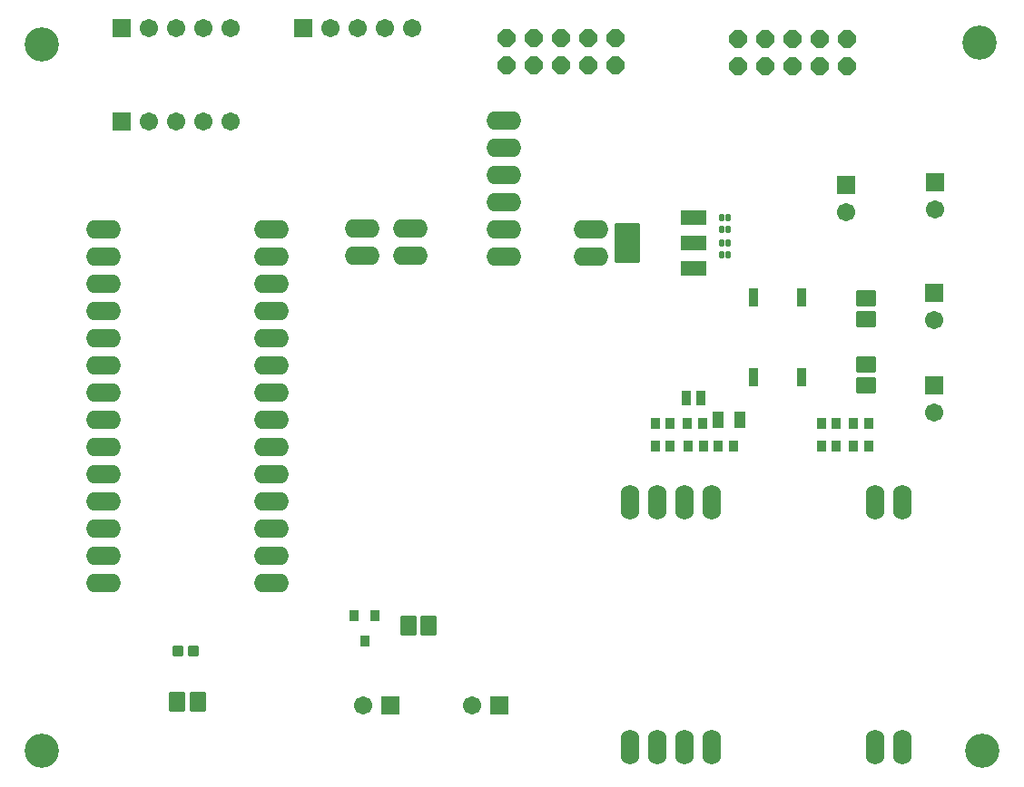
<source format=gbr>
%TF.GenerationSoftware,KiCad,Pcbnew,7.0.1*%
%TF.CreationDate,2023-09-15T11:15:50+09:00*%
%TF.ProjectId,_________,0a070658-9c5f-4cbd-9eef-2e6b69636164,rev?*%
%TF.SameCoordinates,Original*%
%TF.FileFunction,Soldermask,Top*%
%TF.FilePolarity,Negative*%
%FSLAX46Y46*%
G04 Gerber Fmt 4.6, Leading zero omitted, Abs format (unit mm)*
G04 Created by KiCad (PCBNEW 7.0.1) date 2023-09-15 11:15:50*
%MOMM*%
%LPD*%
G01*
G04 APERTURE LIST*
G04 Aperture macros list*
%AMRoundRect*
0 Rectangle with rounded corners*
0 $1 Rounding radius*
0 $2 $3 $4 $5 $6 $7 $8 $9 X,Y pos of 4 corners*
0 Add a 4 corners polygon primitive as box body*
4,1,4,$2,$3,$4,$5,$6,$7,$8,$9,$2,$3,0*
0 Add four circle primitives for the rounded corners*
1,1,$1+$1,$2,$3*
1,1,$1+$1,$4,$5*
1,1,$1+$1,$6,$7*
1,1,$1+$1,$8,$9*
0 Add four rect primitives between the rounded corners*
20,1,$1+$1,$2,$3,$4,$5,0*
20,1,$1+$1,$4,$5,$6,$7,0*
20,1,$1+$1,$6,$7,$8,$9,0*
20,1,$1+$1,$8,$9,$2,$3,0*%
%AMFreePoly0*
4,1,25,0.333470,0.805066,0.366431,0.783042,0.783042,0.366431,0.805066,0.333470,0.812800,0.294589,0.812800,-0.294589,0.805066,-0.333470,0.783042,-0.366431,0.366431,-0.783042,0.333470,-0.805066,0.294589,-0.812800,-0.294589,-0.812800,-0.333470,-0.805066,-0.366431,-0.783042,-0.783042,-0.366431,-0.805066,-0.333470,-0.812800,-0.294589,-0.812800,0.294589,-0.805066,0.333470,-0.783042,0.366431,
-0.366431,0.783042,-0.333470,0.805066,-0.294589,0.812800,0.294589,0.812800,0.333470,0.805066,0.333470,0.805066,$1*%
G04 Aperture macros list end*
%ADD10RoundRect,0.101600X-0.754000X-0.754000X0.754000X-0.754000X0.754000X0.754000X-0.754000X0.754000X0*%
%ADD11C,1.711200*%
%ADD12RoundRect,0.101600X-0.175000X-0.200000X0.175000X-0.200000X0.175000X0.200000X-0.175000X0.200000X0*%
%ADD13RoundRect,0.101600X0.754000X0.754000X-0.754000X0.754000X-0.754000X-0.754000X0.754000X-0.754000X0*%
%ADD14C,3.200000*%
%ADD15O,3.251200X1.727200*%
%ADD16FreePoly0,180.000000*%
%ADD17RoundRect,0.101600X-0.650000X-0.800000X0.650000X-0.800000X0.650000X0.800000X-0.650000X0.800000X0*%
%ADD18RoundRect,0.101600X1.100000X-1.750000X1.100000X1.750000X-1.100000X1.750000X-1.100000X-1.750000X0*%
%ADD19RoundRect,0.101600X1.100000X0.600000X-1.100000X0.600000X-1.100000X-0.600000X1.100000X-0.600000X0*%
%ADD20RoundRect,0.101600X-0.350000X0.412500X-0.350000X-0.412500X0.350000X-0.412500X0.350000X0.412500X0*%
%ADD21RoundRect,0.101600X0.350000X-0.750000X0.350000X0.750000X-0.350000X0.750000X-0.350000X-0.750000X0*%
%ADD22RoundRect,0.101600X-0.350000X-0.400000X0.350000X-0.400000X0.350000X0.400000X-0.350000X0.400000X0*%
%ADD23RoundRect,0.101600X-0.400000X-0.400000X0.400000X-0.400000X0.400000X0.400000X-0.400000X0.400000X0*%
%ADD24RoundRect,0.101600X0.754000X-0.754000X0.754000X0.754000X-0.754000X0.754000X-0.754000X-0.754000X0*%
%ADD25RoundRect,0.101600X0.800000X-0.650000X0.800000X0.650000X-0.800000X0.650000X-0.800000X-0.650000X0*%
%ADD26RoundRect,0.101600X-0.325000X-0.600000X0.325000X-0.600000X0.325000X0.600000X-0.325000X0.600000X0*%
%ADD27RoundRect,0.101600X-0.400000X-0.700000X0.400000X-0.700000X0.400000X0.700000X-0.400000X0.700000X0*%
%ADD28O,1.727200X3.251200*%
G04 APERTURE END LIST*
D10*
%TO.C,AZUSA_CTRL*%
X137281100Y-133683600D03*
D11*
X134741100Y-133683600D03*
%TD*%
D12*
%TO.C,C13*%
X168826100Y-90503600D03*
X168176100Y-90503600D03*
%TD*%
%TO.C,C12*%
X168826100Y-88163600D03*
X168176100Y-88163600D03*
%TD*%
D10*
%TO.C,CTRL*%
X147491100Y-133683600D03*
D11*
X144951100Y-133683600D03*
%TD*%
D13*
%TO.C,ENC1*%
X112221100Y-79153600D03*
D11*
X114761100Y-79153600D03*
X117301100Y-79153600D03*
X119841100Y-79153600D03*
X122381100Y-79153600D03*
%TD*%
D13*
%TO.C,ENC2*%
X112221100Y-70453600D03*
D11*
X114761100Y-70453600D03*
X117301100Y-70453600D03*
X119841100Y-70453600D03*
X122381100Y-70453600D03*
%TD*%
D13*
%TO.C,ENC3*%
X129221100Y-70453600D03*
D11*
X131761100Y-70453600D03*
X134301100Y-70453600D03*
X136841100Y-70453600D03*
X139381100Y-70453600D03*
%TD*%
D14*
%TO.C,H1*%
X192551100Y-137973600D03*
%TD*%
%TO.C,H2*%
X104781100Y-137973600D03*
%TD*%
%TO.C,H3*%
X192251100Y-71823600D03*
%TD*%
%TO.C,H4*%
X104781100Y-72023600D03*
%TD*%
D15*
%TO.C,BOOT*%
X156066100Y-89230000D03*
X156066100Y-91770000D03*
%TD*%
%TO.C,ST-LINK*%
X147901100Y-79093600D03*
X147901100Y-81633600D03*
X147901100Y-84173600D03*
X147901100Y-86713600D03*
X147901100Y-89253600D03*
X147901100Y-91793600D03*
%TD*%
D16*
%TO.C,ML1*%
X169731100Y-74003600D03*
X169731100Y-71463600D03*
X172271100Y-74003600D03*
X172271100Y-71463600D03*
X174811100Y-74003600D03*
X174811100Y-71463600D03*
X177351100Y-74003600D03*
X177351100Y-71463600D03*
X179891100Y-74003600D03*
X179891100Y-71463600D03*
%TD*%
%TO.C,ML2*%
X148151100Y-73893600D03*
X148151100Y-71353600D03*
X150691100Y-73893600D03*
X150691100Y-71353600D03*
X153231100Y-73893600D03*
X153231100Y-71353600D03*
X155771100Y-73893600D03*
X155771100Y-71353600D03*
X158311100Y-73893600D03*
X158311100Y-71353600D03*
%TD*%
D17*
%TO.C,R1*%
X140871100Y-126273600D03*
X138971100Y-126273600D03*
%TD*%
D18*
%TO.C,REGYURETA0*%
X159401100Y-90513600D03*
D19*
X165601100Y-88163600D03*
X165601100Y-90513600D03*
X165601100Y-92863600D03*
%TD*%
D20*
%TO.C,T1*%
X134901100Y-127681100D03*
X133951100Y-125306100D03*
X135851100Y-125306100D03*
%TD*%
D21*
%TO.C,U$2*%
X175681100Y-95563600D03*
X171181100Y-95563600D03*
X175681100Y-103063600D03*
X171181100Y-103063600D03*
%TD*%
D22*
%TO.C,C19*%
X163401100Y-107353600D03*
X162001100Y-107353600D03*
%TD*%
%TO.C,C20*%
X163401100Y-109453600D03*
X162001100Y-109453600D03*
%TD*%
%TO.C,C21*%
X166401100Y-107353600D03*
X165001100Y-107353600D03*
%TD*%
%TO.C,C22*%
X166501100Y-109453600D03*
X165101100Y-109453600D03*
%TD*%
D12*
%TO.C,C11*%
X168826100Y-89253600D03*
X168176100Y-89253600D03*
%TD*%
%TO.C,C14*%
X168826100Y-91653600D03*
X168176100Y-91653600D03*
%TD*%
D15*
%TO.C,TWE_LEFT*%
X110539100Y-122242600D03*
X110539100Y-119702600D03*
X110539100Y-117162600D03*
X110539100Y-114622600D03*
X110539100Y-112082600D03*
X110539100Y-109542600D03*
X110539100Y-107002600D03*
X110539100Y-104462600D03*
X110539100Y-101922600D03*
X110539100Y-99382600D03*
X110539100Y-96842600D03*
X110539100Y-94302600D03*
X110539100Y-91762600D03*
X110539100Y-89222600D03*
%TD*%
%TO.C,TWE_RIGHT*%
X126191100Y-122263600D03*
X126191100Y-119723600D03*
X126191100Y-117183600D03*
X126191100Y-114643600D03*
X126191100Y-112103600D03*
X126191100Y-109563600D03*
X126191100Y-107023600D03*
X126191100Y-104483600D03*
X126191100Y-101943600D03*
X126191100Y-99403600D03*
X126191100Y-96863600D03*
X126191100Y-94323600D03*
X126191100Y-91783600D03*
X126191100Y-89243600D03*
%TD*%
D17*
%TO.C,R12*%
X119351100Y-133353600D03*
X117451100Y-133353600D03*
%TD*%
D23*
%TO.C,U$8*%
X118969050Y-128665000D03*
X117469050Y-128665000D03*
%TD*%
D15*
%TO.C,PIN_SOCKET1*%
X139181100Y-89203600D03*
X139181100Y-91743600D03*
%TD*%
%TO.C,PIN_SOCKET2*%
X134711100Y-89203600D03*
X134711100Y-91743600D03*
%TD*%
D24*
%TO.C,DOWN*%
X188001100Y-103783600D03*
D11*
X188001100Y-106323600D03*
%TD*%
D25*
%TO.C,R11*%
X181701100Y-101903600D03*
X181701100Y-103803600D03*
%TD*%
D24*
%TO.C,UP*%
X188001100Y-95183600D03*
D11*
X188001100Y-97723600D03*
%TD*%
D25*
%TO.C,R10*%
X181701100Y-95703600D03*
X181701100Y-97603600D03*
%TD*%
D22*
%TO.C,C15*%
X178901100Y-107353600D03*
X177501100Y-107353600D03*
%TD*%
%TO.C,C16*%
X178901100Y-109453600D03*
X177501100Y-109453600D03*
%TD*%
%TO.C,C17*%
X181901100Y-107353600D03*
X180501100Y-107353600D03*
%TD*%
%TO.C,C18*%
X181901100Y-109453600D03*
X180501100Y-109453600D03*
%TD*%
D26*
%TO.C,FB1*%
X166276100Y-105000000D03*
X164926100Y-105000000D03*
%TD*%
D22*
%TO.C,C24*%
X169301100Y-109453600D03*
X167901100Y-109453600D03*
%TD*%
D27*
%TO.C,C23*%
X169901100Y-107053600D03*
X167901100Y-107053600D03*
%TD*%
D28*
%TO.C,LEFT_U*%
X182512100Y-114760600D03*
X185052100Y-114760600D03*
%TD*%
%TO.C,RIGHT_U*%
X182524100Y-137611600D03*
X185064100Y-137611600D03*
%TD*%
%TO.C,LEFT_D*%
X159681100Y-114738600D03*
X162221100Y-114738600D03*
X164761100Y-114738600D03*
X167301100Y-114738600D03*
%TD*%
%TO.C,RIGHT_D*%
X159652100Y-137596600D03*
X162192100Y-137596600D03*
X164732100Y-137596600D03*
X167272100Y-137596600D03*
%TD*%
D24*
%TO.C,AZUSA_CON1*%
X188101100Y-84883600D03*
D11*
X188101100Y-87423600D03*
%TD*%
D24*
%TO.C,AZUSA_CON2*%
X179801100Y-85083600D03*
D11*
X179801100Y-87623600D03*
%TD*%
M02*

</source>
